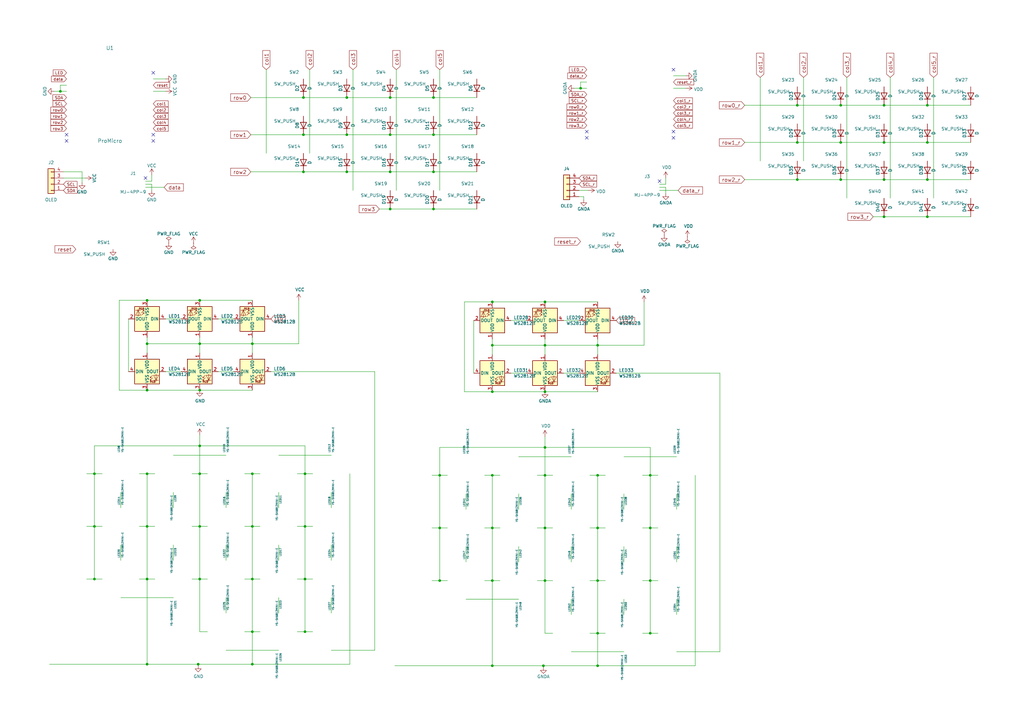
<source format=kicad_sch>
(kicad_sch (version 20230121) (generator eeschema)
  (paper "A3")
  (title_block (title "Corne Cherry") (date "2020-07-20") (rev "3.0") (company "foostan"))
  (junction (at 245.11 259.715))
  (junction (at 245.11 238.125))
  (junction (at 223.52 141.605))
  (junction (at 177.8 70.485))
  (junction (at 60.325 215.9))
  (junction (at 125.095 237.49))
  (junction (at 201.93 273.05))
  (junction (at 125.095 259.08))
  (junction (at 362.585 58.42))
  (junction (at 81.915 160.02))
  (junction (at 160.02 55.245))
  (junction (at 60.325 140.97))
  (junction (at 60.325 194.31))
  (junction (at 238.125 36.195))
  (junction (at 362.585 43.18))
  (junction (at 223.52 216.535))
  (junction (at 142.24 40.005))
  (junction (at 81.915 123.19))
  (junction (at 223.52 160.655))
  (junction (at 38.735 237.49))
  (junction (at 103.505 272.415))
  (junction (at 103.505 237.49))
  (junction (at 60.325 237.49))
  (junction (at 380.365 43.18))
  (junction (at 201.93 194.945))
  (junction (at 60.325 160.02))
  (junction (at 177.8 85.725))
  (junction (at 125.095 194.31))
  (junction (at 180.34 216.535))
  (junction (at 160.02 85.725))
  (junction (at 60.325 272.415))
  (junction (at 60.325 123.19))
  (junction (at 24.765 37.465))
  (junction (at 201.93 216.535))
  (junction (at 38.735 215.9))
  (junction (at 125.095 215.9))
  (junction (at 124.46 55.245))
  (junction (at 81.28 272.415))
  (junction (at 142.24 55.245))
  (junction (at 180.34 238.125))
  (junction (at 38.735 194.31))
  (junction (at 124.46 40.005))
  (junction (at 201.93 238.125))
  (junction (at 380.365 58.42))
  (junction (at 222.885 273.05))
  (junction (at 81.915 194.31))
  (junction (at 245.11 273.05))
  (junction (at 266.7 259.715))
  (junction (at 327.025 73.66))
  (junction (at 344.805 43.18))
  (junction (at 201.93 141.605))
  (junction (at 362.585 88.9))
  (junction (at 223.52 183.515))
  (junction (at 142.24 70.485))
  (junction (at 81.915 215.9))
  (junction (at 380.365 73.66))
  (junction (at 103.505 259.08))
  (junction (at 177.8 40.005))
  (junction (at 180.34 194.945))
  (junction (at 177.8 55.245))
  (junction (at 160.02 70.485))
  (junction (at 81.915 182.88))
  (junction (at 103.505 194.31))
  (junction (at 362.585 73.66))
  (junction (at 266.7 216.535))
  (junction (at 103.505 215.9))
  (junction (at 245.11 141.605))
  (junction (at 245.11 216.535))
  (junction (at 266.7 194.945))
  (junction (at 380.365 88.9))
  (junction (at 327.025 43.18))
  (junction (at 103.505 140.97))
  (junction (at 201.93 123.825))
  (junction (at 344.805 73.66))
  (junction (at 344.805 58.42))
  (junction (at 327.025 58.42))
  (junction (at 245.11 194.945))
  (junction (at 223.52 123.825))
  (junction (at 266.7 238.125))
  (junction (at 223.52 194.945))
  (junction (at 223.52 238.125))
  (junction (at 201.93 160.655))
  (junction (at 124.46 70.485))
  (junction (at 160.02 40.005))
  (junction (at 81.915 237.49))
  (junction (at 81.915 140.97))
  (no_connect (at 27.305 55.245))
  (no_connect (at 270.51 74.295))
  (no_connect (at 59.69 73.025))
  (no_connect (at 276.225 53.975))
  (no_connect (at 62.865 57.785))
  (no_connect (at 276.225 28.575))
  (no_connect (at 276.225 56.515))
  (no_connect (at 62.865 55.245))
  (no_connect (at 62.865 29.845))
  (no_connect (at 27.305 57.785))
  (no_connect (at 240.665 56.515))
  (no_connect (at 240.665 53.975))
  (wire (pts (xy 102.87 70.485) (xy 124.46 70.485)))
  (wire (pts (xy 35.56 194.31) (xy 38.735 194.31)))
  (wire (pts (xy 266.7 259.715) (xy 263.525 259.715)))
  (wire (pts (xy 100.33 194.31) (xy 103.505 194.31)))
  (wire (pts (xy 26.035 73.025) (xy 34.925 73.025)))
  (wire (pts (xy 191.135 230.505) (xy 191.135 224.155)))
  (wire (pts (xy 160.02 40.005) (xy 177.8 40.005)))
  (wire (pts (xy 48.895 123.19) (xy 48.895 160.02)))
  (wire (pts (xy 38.735 237.49) (xy 38.735 215.9)))
  (wire (pts (xy 255.905 224.155) (xy 255.905 230.505)))
  (wire (pts (xy 102.87 40.005) (xy 124.46 40.005)))
  (wire (pts (xy 38.735 194.31) (xy 38.735 182.88)))
  (wire (pts (xy 241.935 194.945) (xy 245.11 194.945)))
  (wire (pts (xy 311.785 31.75) (xy 311.785 66.04)))
  (wire (pts (xy 49.53 208.28) (xy 49.53 201.93)))
  (wire (pts (xy 81.915 123.19) (xy 60.325 123.19)))
  (wire (pts (xy 135.89 201.93) (xy 135.89 208.28)))
  (wire (pts (xy 153.67 152.4) (xy 153.67 266.7)))
  (wire (pts (xy 223.52 141.605) (xy 223.52 145.415)))
  (wire (pts (xy 380.365 43.18) (xy 398.145 43.18)))
  (wire (pts (xy 63.5 194.31) (xy 60.325 194.31)))
  (wire (pts (xy 223.52 179.07) (xy 223.52 183.515)))
  (wire (pts (xy 125.095 237.49) (xy 128.27 237.49)))
  (wire (pts (xy 81.915 138.43) (xy 81.915 140.97)))
  (wire (pts (xy 223.52 160.655) (xy 245.11 160.655)))
  (wire (pts (xy 125.095 215.9) (xy 128.27 215.9)))
  (wire (pts (xy 103.505 140.97) (xy 103.505 144.78)))
  (wire (pts (xy 263.525 238.125) (xy 266.7 238.125)))
  (wire (pts (xy 222.885 273.05) (xy 245.11 273.05)))
  (wire (pts (xy 347.345 31.75) (xy 347.345 81.28)))
  (wire (pts (xy 266.7 194.945) (xy 263.525 194.945)))
  (wire (pts (xy 305.435 73.66) (xy 327.025 73.66)))
  (wire (pts (xy 60.325 215.9) (xy 60.325 237.49)))
  (wire (pts (xy 114.3 201.93) (xy 114.3 208.28)))
  (wire (pts (xy 125.095 194.31) (xy 121.92 194.31)))
  (wire (pts (xy 222.885 273.05) (xy 222.885 273.685)))
  (wire (pts (xy 201.93 238.125) (xy 201.93 273.05)))
  (wire (pts (xy 109.22 28.575) (xy 109.22 62.865)))
  (wire (pts (xy 103.505 237.49) (xy 103.505 259.08)))
  (wire (pts (xy 245.11 194.945) (xy 245.11 216.535)))
  (wire (pts (xy 81.915 215.9) (xy 81.915 194.31)))
  (wire (pts (xy 57.15 237.49) (xy 60.325 237.49)))
  (wire (pts (xy 362.585 88.9) (xy 380.365 88.9)))
  (wire (pts (xy 245.11 216.535) (xy 248.285 216.535)))
  (wire (pts (xy 380.365 73.66) (xy 398.145 73.66)))
  (wire (pts (xy 223.52 238.125) (xy 223.52 216.535)))
  (wire (pts (xy 209.55 153.035) (xy 215.9 153.035)))
  (wire (pts (xy 239.395 80.645) (xy 239.395 81.915)))
  (wire (pts (xy 180.34 216.535) (xy 180.34 194.945)))
  (wire (pts (xy 212.725 245.745) (xy 191.135 245.745)))
  (wire (pts (xy 95.885 130.81) (xy 89.535 130.81)))
  (wire (pts (xy 81.915 182.88) (xy 38.735 182.88)))
  (wire (pts (xy 81.915 160.02) (xy 103.505 160.02)))
  (wire (pts (xy 223.52 139.065) (xy 223.52 141.605)))
  (wire (pts (xy 180.34 194.945) (xy 183.515 194.945)))
  (wire (pts (xy 103.505 138.43) (xy 103.505 140.97)))
  (wire (pts (xy 237.49 80.645) (xy 239.395 80.645)))
  (wire (pts (xy 89.535 152.4) (xy 95.885 152.4)))
  (wire (pts (xy 276.225 36.195) (xy 281.305 36.195)))
  (wire (pts (xy 81.915 237.49) (xy 81.915 215.9)))
  (wire (pts (xy 248.285 259.715) (xy 245.11 259.715)))
  (wire (pts (xy 365.125 31.75) (xy 365.125 81.28)))
  (wire (pts (xy 57.15 215.9) (xy 60.325 215.9)))
  (wire (pts (xy 60.325 140.97) (xy 81.915 140.97)))
  (wire (pts (xy 245.11 238.125) (xy 245.11 259.715)))
  (wire (pts (xy 71.12 223.52) (xy 71.12 229.87)))
  (wire (pts (xy 142.24 55.245) (xy 160.02 55.245)))
  (wire (pts (xy 62.865 37.465) (xy 67.945 37.465)))
  (wire (pts (xy 223.52 194.945) (xy 223.52 183.515)))
  (wire (pts (xy 273.05 76.835) (xy 273.05 79.375)))
  (wire (pts (xy 81.28 272.415) (xy 81.28 273.05)))
  (wire (pts (xy 266.7 183.515) (xy 266.7 194.945)))
  (wire (pts (xy 263.525 216.535) (xy 266.7 216.535)))
  (wire (pts (xy 329.565 31.75) (xy 329.565 66.04)))
  (wire (pts (xy 344.805 73.66) (xy 362.585 73.66)))
  (wire (pts (xy 223.52 123.825) (xy 201.93 123.825)))
  (wire (pts (xy 52.705 130.81) (xy 52.705 152.4)))
  (wire (pts (xy 60.325 140.97) (xy 60.325 144.78)))
  (wire (pts (xy 81.915 140.97) (xy 81.915 144.78)))
  (wire (pts (xy 100.33 215.9) (xy 103.505 215.9)))
  (wire (pts (xy 234.315 252.095) (xy 234.315 245.745)))
  (wire (pts (xy 177.8 55.245) (xy 195.58 55.245)))
  (wire (pts (xy 327.025 73.66) (xy 344.805 73.66)))
  (wire (pts (xy 201.93 141.605) (xy 223.52 141.605)))
  (wire (pts (xy 266.7 183.515) (xy 223.52 183.515)))
  (wire (pts (xy 60.325 272.415) (xy 20.32 272.415)))
  (wire (pts (xy 255.905 245.745) (xy 255.905 252.095)))
  (wire (pts (xy 380.365 88.9) (xy 398.145 88.9)))
  (wire (pts (xy 277.495 224.155) (xy 277.495 230.505)))
  (wire (pts (xy 71.12 245.11) (xy 49.53 245.11)))
  (wire (pts (xy 92.71 251.46) (xy 92.71 245.11)))
  (wire (pts (xy 223.52 238.125) (xy 226.695 238.125)))
  (wire (pts (xy 180.34 194.945) (xy 180.34 183.515)))
  (wire (pts (xy 223.52 238.125) (xy 223.52 259.715)))
  (wire (pts (xy 245.11 141.605) (xy 264.16 141.605)))
  (wire (pts (xy 180.34 28.575) (xy 180.34 78.105)))
  (wire (pts (xy 135.89 245.11) (xy 135.89 251.46)))
  (wire (pts (xy 144.78 28.575) (xy 144.78 78.105)))
  (wire (pts (xy 160.02 85.725) (xy 177.8 85.725)))
  (wire (pts (xy 114.3 266.7) (xy 92.71 266.7)))
  (wire (pts (xy 362.585 43.18) (xy 380.365 43.18)))
  (wire (pts (xy 220.345 238.125) (xy 223.52 238.125)))
  (wire (pts (xy 362.585 73.66) (xy 380.365 73.66)))
  (wire (pts (xy 201.93 216.535) (xy 201.93 238.125)))
  (wire (pts (xy 177.8 70.485) (xy 195.58 70.485)))
  (wire (pts (xy 215.9 131.445) (xy 209.55 131.445)))
  (wire (pts (xy 142.24 70.485) (xy 160.02 70.485)))
  (wire (pts (xy 266.7 259.715) (xy 266.7 238.125)))
  (wire (pts (xy 153.67 266.7) (xy 135.89 266.7)))
  (wire (pts (xy 124.46 70.485) (xy 142.24 70.485)))
  (wire (pts (xy 194.31 131.445) (xy 194.31 153.035)))
  (wire (pts (xy 270.51 75.565) (xy 273.05 75.565)))
  (wire (pts (xy 35.56 237.49) (xy 38.735 237.49)))
  (wire (pts (xy 183.515 238.125) (xy 180.34 238.125)))
  (wire (pts (xy 241.935 238.125) (xy 245.11 238.125)))
  (wire (pts (xy 125.095 237.49) (xy 125.095 215.9)))
  (wire (pts (xy 362.585 58.42) (xy 380.365 58.42)))
  (wire (pts (xy 238.125 33.655) (xy 238.125 36.195)))
  (wire (pts (xy 240.665 33.655) (xy 238.125 33.655)))
  (wire (pts (xy 245.11 123.825) (xy 223.52 123.825)))
  (wire (pts (xy 121.92 215.9) (xy 125.095 215.9)))
  (wire (pts (xy 285.115 273.05) (xy 245.11 273.05)))
  (wire (pts (xy 277.495 202.565) (xy 277.495 208.915)))
  (wire (pts (xy 277.495 187.325) (xy 255.905 187.325)))
  (wire (pts (xy 27.305 34.925) (xy 24.765 34.925)))
  (wire (pts (xy 124.46 55.245) (xy 142.24 55.245)))
  (wire (pts (xy 270.51 76.835) (xy 273.05 76.835)))
  (wire (pts (xy 106.68 259.08) (xy 103.505 259.08)))
  (wire (pts (xy 125.095 182.88) (xy 81.915 182.88)))
  (wire (pts (xy 22.225 37.465) (xy 24.765 37.465)))
  (wire (pts (xy 81.915 237.49) (xy 85.09 237.49)))
  (wire (pts (xy 81.915 259.08) (xy 85.09 259.08)))
  (wire (pts (xy 71.12 208.28) (xy 71.12 201.93)))
  (wire (pts (xy 103.505 237.49) (xy 106.68 237.49)))
  (wire (pts (xy 142.24 40.005) (xy 160.02 40.005)))
  (wire (pts (xy 60.325 160.02) (xy 81.915 160.02)))
  (wire (pts (xy 212.725 224.155) (xy 212.725 230.505)))
  (wire (pts (xy 305.435 58.42) (xy 327.025 58.42)))
  (wire (pts (xy 103.505 259.08) (xy 100.33 259.08)))
  (wire (pts (xy 78.74 215.9) (xy 81.915 215.9)))
  (wire (pts (xy 234.315 187.325) (xy 212.725 187.325)))
  (wire (pts (xy 198.755 216.535) (xy 201.93 216.535)))
  (wire (pts (xy 212.725 208.915) (xy 212.725 202.565)))
  (wire (pts (xy 237.49 78.105) (xy 241.3 78.105)))
  (wire (pts (xy 78.74 237.49) (xy 81.915 237.49)))
  (wire (pts (xy 59.69 74.295) (xy 62.23 74.295)))
  (wire (pts (xy 24.765 34.925) (xy 24.765 37.465)))
  (wire (pts (xy 190.5 160.655) (xy 201.93 160.655)))
  (wire (pts (xy 81.915 215.9) (xy 85.09 215.9)))
  (wire (pts (xy 103.505 194.31) (xy 103.505 215.9)))
  (wire (pts (xy 266.7 238.125) (xy 266.7 216.535)))
  (wire (pts (xy 125.095 259.08) (xy 125.095 237.49)))
  (wire (pts (xy 59.69 75.565) (xy 62.23 75.565)))
  (wire (pts (xy 122.555 140.97) (xy 122.555 123.19)))
  (wire (pts (xy 201.93 216.535) (xy 205.105 216.535)))
  (wire (pts (xy 180.34 238.125) (xy 180.34 216.535)))
  (wire (pts (xy 248.285 194.945) (xy 245.11 194.945)))
  (wire (pts (xy 190.5 123.825) (xy 190.5 160.655)))
  (wire (pts (xy 177.165 216.535) (xy 180.34 216.535)))
  (wire (pts (xy 60.325 237.49) (xy 60.325 272.415)))
  (wire (pts (xy 121.92 237.49) (xy 125.095 237.49)))
  (wire (pts (xy 81.915 140.97) (xy 103.505 140.97)))
  (wire (pts (xy 125.095 259.08) (xy 121.92 259.08)))
  (wire (pts (xy 223.52 183.515) (xy 180.34 183.515)))
  (wire (pts (xy 67.945 152.4) (xy 74.295 152.4)))
  (wire (pts (xy 252.73 153.035) (xy 295.275 153.035)))
  (wire (pts (xy 62.23 74.295) (xy 62.23 71.755)))
  (wire (pts (xy 74.295 130.81) (xy 67.945 130.81)))
  (wire (pts (xy 81.915 237.49) (xy 81.915 259.08)))
  (wire (pts (xy 160.02 55.245) (xy 177.8 55.245)))
  (wire (pts (xy 220.345 194.945) (xy 223.52 194.945)))
  (wire (pts (xy 327.025 43.18) (xy 344.805 43.18)))
  (wire (pts (xy 103.505 215.9) (xy 103.505 237.49)))
  (wire (pts (xy 160.02 70.485) (xy 177.8 70.485)))
  (wire (pts (xy 245.11 141.605) (xy 245.11 145.415)))
  (wire (pts (xy 103.505 259.08) (xy 103.505 272.415)))
  (wire (pts (xy 177.165 194.945) (xy 180.34 194.945)))
  (wire (pts (xy 295.275 267.335) (xy 277.495 267.335)))
  (wire (pts (xy 205.105 194.945) (xy 201.93 194.945)))
  (wire (pts (xy 60.325 123.19) (xy 48.895 123.19)))
  (wire (pts (xy 92.71 208.28) (xy 92.71 201.93)))
  (wire (pts (xy 180.34 216.535) (xy 183.515 216.535)))
  (wire (pts (xy 62.23 75.565) (xy 62.23 78.105)))
  (wire (pts (xy 344.805 43.18) (xy 362.585 43.18)))
  (wire (pts (xy 285.115 194.945) (xy 285.115 273.05)))
  (wire (pts (xy 143.51 194.31) (xy 143.51 272.415)))
  (wire (pts (xy 59.69 76.835) (xy 67.31 76.835)))
  (wire (pts (xy 81.915 194.31) (xy 85.09 194.31)))
  (wire (pts (xy 201.93 194.945) (xy 201.93 216.535)))
  (wire (pts (xy 198.755 238.125) (xy 201.93 238.125)))
  (wire (pts (xy 245.11 139.065) (xy 245.11 141.605)))
  (wire (pts (xy 201.93 273.05) (xy 161.925 273.05)))
  (wire (pts (xy 201.93 160.655) (xy 223.52 160.655)))
  (wire (pts (xy 57.15 194.31) (xy 60.325 194.31)))
  (wire (pts (xy 135.89 223.52) (xy 135.89 229.87)))
  (wire (pts (xy 33.655 74.93) (xy 33.655 70.485)))
  (wire (pts (xy 264.16 141.605) (xy 264.16 123.825)))
  (wire (pts (xy 380.365 58.42) (xy 398.145 58.42)))
  (wire (pts (xy 266.7 194.945) (xy 266.7 216.535)))
  (wire (pts (xy 135.89 186.69) (xy 114.3 186.69)))
  (wire (pts (xy 223.52 141.605) (xy 245.11 141.605)))
  (wire (pts (xy 60.325 272.415) (xy 81.28 272.415)))
  (wire (pts (xy 344.805 58.42) (xy 362.585 58.42)))
  (wire (pts (xy 177.8 85.725) (xy 195.58 85.725)))
  (wire (pts (xy 223.52 216.535) (xy 223.52 194.945)))
  (wire (pts (xy 245.11 216.535) (xy 245.11 238.125)))
  (wire (pts (xy 358.14 88.9) (xy 362.585 88.9)))
  (wire (pts (xy 255.905 202.565) (xy 255.905 208.915)))
  (wire (pts (xy 103.505 215.9) (xy 106.68 215.9)))
  (wire (pts (xy 103.505 140.97) (xy 122.555 140.97)))
  (wire (pts (xy 81.915 194.31) (xy 81.915 182.88)))
  (wire (pts (xy 305.435 43.18) (xy 327.025 43.18)))
  (wire (pts (xy 269.875 194.945) (xy 266.7 194.945)))
  (wire (pts (xy 24.765 37.465) (xy 27.305 37.465)))
  (wire (pts (xy 155.575 85.725) (xy 160.02 85.725)))
  (wire (pts (xy 201.93 141.605) (xy 201.93 145.415)))
  (wire (pts (xy 201.93 238.125) (xy 205.105 238.125)))
  (wire (pts (xy 234.315 230.505) (xy 234.315 224.155)))
  (wire (pts (xy 81.28 272.415) (xy 103.505 272.415)))
  (wire (pts (xy 191.135 208.915) (xy 191.135 202.565)))
  (wire (pts (xy 235.585 36.195) (xy 238.125 36.195)))
  (wire (pts (xy 38.735 194.31) (xy 41.91 194.31)))
  (wire (pts (xy 201.93 273.05) (xy 222.885 273.05)))
  (wire (pts (xy 60.325 138.43) (xy 60.325 140.97)))
  (wire (pts (xy 327.025 58.42) (xy 344.805 58.42)))
  (wire (pts (xy 234.315 208.915) (xy 234.315 202.565)))
  (wire (pts (xy 220.345 216.535) (xy 223.52 216.535)))
  (wire (pts (xy 114.3 223.52) (xy 114.3 229.87)))
  (wire (pts (xy 231.14 153.035) (xy 237.49 153.035)))
  (wire (pts (xy 238.125 36.195) (xy 240.665 36.195)))
  (wire (pts (xy 92.71 186.69) (xy 71.12 186.69)))
  (wire (pts (xy 266.7 216.535) (xy 269.875 216.535)))
  (wire (pts (xy 60.325 237.49) (xy 63.5 237.49)))
  (wire (pts (xy 127 28.575) (xy 127 62.865)))
  (wire (pts (xy 276.225 31.115) (xy 281.305 31.115)))
  (wire (pts (xy 81.915 178.435) (xy 81.915 182.88)))
  (wire (pts (xy 38.735 215.9) (xy 38.735 194.31)))
  (wire (pts (xy 60.325 215.9) (xy 63.5 215.9)))
  (wire (pts (xy 245.11 238.125) (xy 248.285 238.125)))
  (wire (pts (xy 102.87 55.245) (xy 124.46 55.245)))
  (wire (pts (xy 266.7 238.125) (xy 269.875 238.125)))
  (wire (pts (xy 114.3 245.11) (xy 114.3 251.46)))
  (wire (pts (xy 33.655 70.485) (xy 26.035 70.485)))
  (wire (pts (xy 245.11 259.715) (xy 241.935 259.715)))
  (wire (pts (xy 111.125 152.4) (xy 153.67 152.4)))
  (wire (pts (xy 49.53 229.87) (xy 49.53 223.52)))
  (wire (pts (xy 223.52 259.715) (xy 226.695 259.715)))
  (wire (pts (xy 201.93 123.825) (xy 190.5 123.825)))
  (wire (pts (xy 60.325 194.31) (xy 60.325 215.9)))
  (wire (pts (xy 124.46 40.005) (xy 142.24 40.005)))
  (wire (pts (xy 92.71 229.87) (xy 92.71 223.52)))
  (wire (pts (xy 269.875 259.715) (xy 266.7 259.715)))
  (wire (pts (xy 78.74 194.31) (xy 81.915 194.31)))
  (wire (pts (xy 128.27 194.31) (xy 125.095 194.31)))
  (wire (pts (xy 255.905 267.335) (xy 234.315 267.335)))
  (wire (pts (xy 48.895 160.02) (xy 60.325 160.02)))
  (wire (pts (xy 201.93 139.065) (xy 201.93 141.605)))
  (wire (pts (xy 100.33 237.49) (xy 103.505 237.49)))
  (wire (pts (xy 106.68 194.31) (xy 103.505 194.31)))
  (wire (pts (xy 177.8 40.005) (xy 195.58 40.005)))
  (wire (pts (xy 41.91 237.49) (xy 38.735 237.49)))
  (wire (pts (xy 382.905 31.75) (xy 382.905 81.28)))
  (wire (pts (xy 38.735 215.9) (xy 41.91 215.9)))
  (wire (pts (xy 223.52 216.535) (xy 226.695 216.535)))
  (wire (pts (xy 273.05 75.565) (xy 273.05 73.025)))
  (wire (pts (xy 103.505 123.19) (xy 81.915 123.19)))
  (wire (pts (xy 245.11 259.715) (xy 245.11 273.05)))
  (wire (pts (xy 125.095 194.31) (xy 125.095 215.9)))
  (wire (pts (xy 198.755 194.945) (xy 201.93 194.945)))
  (wire (pts (xy 270.51 78.105) (xy 278.13 78.105)))
  (wire (pts (xy 143.51 272.415) (xy 103.505 272.415)))
  (wire (pts (xy 277.495 245.745) (xy 277.495 252.095)))
  (wire (pts (xy 177.165 238.125) (xy 180.34 238.125)))
  (wire (pts (xy 62.865 32.385) (xy 67.945 32.385)))
  (wire (pts (xy 237.49 131.445) (xy 231.14 131.445)))
  (wire (pts (xy 162.56 28.575) (xy 162.56 78.105)))
  (wire (pts (xy 223.52 194.945) (xy 226.695 194.945)))
  (wire (pts (xy 35.56 215.9) (xy 38.735 215.9)))
  (wire (pts (xy 295.275 153.035) (xy 295.275 267.335)))
  (wire (pts (xy 241.935 216.535) (xy 245.11 216.535)))
  (wire (pts (xy 125.095 182.88) (xy 125.095 194.31)))
  (wire (pts (xy 128.27 259.08) (xy 125.095 259.08)))
  (global_label "SDA_r" (shape input) (at 237.49 73.025 0) (effects (font (size 1.1938 1.1938))) (property "Intersheetrefs" "${INTERSHEET_REFS}" (effects hide)))
  (global_label "col2_r" (shape input) (at 276.225 43.815 0) (effects (font (size 1.1938 1.1938))) (property "Intersheetrefs" "${INTERSHEET_REFS}" (effects hide)))
  (global_label "col3_r" (shape input) (at 276.225 46.355 0) (effects (font (size 1.1938 1.1938))) (property "Intersheetrefs" "${INTERSHEET_REFS}" (effects hide)))
  (global_label "data_r" (shape input) (at 278.13 78.105 0) (effects (font (size 1.524 1.524))) (property "Intersheetrefs" "${INTERSHEET_REFS}" (effects hide)))
  (global_label "col1" (shape input) (at 62.865 42.545 0) (effects (font (size 1.1938 1.1938))) (property "Intersheetrefs" "${INTERSHEET_REFS}" (effects hide)))
  (global_label "row3" (shape input) (at 155.575 85.725 180) (effects (font (size 1.524 1.524))) (property "Intersheetrefs" "${INTERSHEET_REFS}" (effects hide)))
  (global_label "data" (shape input) (at 67.31 76.835 0) (effects (font (size 1.524 1.524))) (property "Intersheetrefs" "${INTERSHEET_REFS}" (effects hide)))
  (global_label "col1_r" (shape input) (at 276.225 41.275 0) (effects (font (size 1.1938 1.1938))) (property "Intersheetrefs" "${INTERSHEET_REFS}" (effects hide)))
  (global_label "col2_r" (shape input) (at 329.565 31.75 90) (effects (font (size 1.524 1.524))) (property "Intersheetrefs" "${INTERSHEET_REFS}" (effects hide)))
  (global_label "SDA" (shape input) (at 27.305 40.005 180) (effects (font (size 1.1938 1.1938))) (property "Intersheetrefs" "${INTERSHEET_REFS}" (effects hide)))
  (global_label "reset_r" (shape input) (at 276.225 33.655 0) (effects (font (size 1.1938 1.1938))) (property "Intersheetrefs" "${INTERSHEET_REFS}" (effects hide)))
  (global_label "LED_r" (shape input) (at 240.665 28.575 180) (effects (font (size 1.1938 1.1938))) (property "Intersheetrefs" "${INTERSHEET_REFS}" (effects hide)))
  (global_label "row3_r" (shape input) (at 358.14 88.9 180) (effects (font (size 1.524 1.524))) (property "Intersheetrefs" "${INTERSHEET_REFS}" (effects hide)))
  (global_label "col1" (shape input) (at 109.22 28.575 90) (effects (font (size 1.524 1.524))) (property "Intersheetrefs" "${INTERSHEET_REFS}" (effects hide)))
  (global_label "row1_r" (shape input) (at 240.665 46.355 180) (effects (font (size 1.1938 1.1938))) (property "Intersheetrefs" "${INTERSHEET_REFS}" (effects hide)))
  (global_label "col2" (shape input) (at 127 28.575 90) (effects (font (size 1.524 1.524))) (property "Intersheetrefs" "${INTERSHEET_REFS}" (effects hide)))
  (global_label "SDA" (shape input) (at 26.035 78.105 0) (effects (font (size 1.1938 1.1938))) (property "Intersheetrefs" "${INTERSHEET_REFS}" (effects hide)))
  (global_label "SDA_r" (shape input) (at 240.665 38.735 180) (effects (font (size 1.1938 1.1938))) (property "Intersheetrefs" "${INTERSHEET_REFS}" (effects hide)))
  (global_label "row1" (shape input) (at 27.305 47.625 180) (effects (font (size 1.1938 1.1938))) (property "Intersheetrefs" "${INTERSHEET_REFS}" (effects hide)))
  (global_label "row2" (shape input) (at 27.305 50.165 180) (effects (font (size 1.1938 1.1938))) (property "Intersheetrefs" "${INTERSHEET_REFS}" (effects hide)))
  (global_label "row2_r" (shape input) (at 305.435 73.66 180) (effects (font (size 1.524 1.524))) (property "Intersheetrefs" "${INTERSHEET_REFS}" (effects hide)))
  (global_label "row0" (shape input) (at 27.305 45.085 180) (effects (font (size 1.1938 1.1938))) (property "Intersheetrefs" "${INTERSHEET_REFS}" (effects hide)))
  (global_label "col2" (shape input) (at 62.865 45.085 0) (effects (font (size 1.1938 1.1938))) (property "Intersheetrefs" "${INTERSHEET_REFS}" (effects hide)))
  (global_label "row0_r" (shape input) (at 305.435 43.18 180) (effects (font (size 1.524 1.524))) (property "Intersheetrefs" "${INTERSHEET_REFS}" (effects hide)))
  (global_label "row1_r" (shape input) (at 305.435 58.42 180) (effects (font (size 1.524 1.524))) (property "Intersheetrefs" "${INTERSHEET_REFS}" (effects hide)))
  (global_label "row0_r" (shape input) (at 240.665 43.815 180) (effects (font (size 1.1938 1.1938))) (property "Intersheetrefs" "${INTERSHEET_REFS}" (effects hide)))
  (global_label "row3" (shape input) (at 27.305 52.705 180) (effects (font (size 1.1938 1.1938))) (property "Intersheetrefs" "${INTERSHEET_REFS}" (effects hide)))
  (global_label "col3" (shape input) (at 62.865 47.625 0) (effects (font (size 1.1938 1.1938))) (property "Intersheetrefs" "${INTERSHEET_REFS}" (effects hide)))
  (global_label "row1" (shape input) (at 102.87 55.245 180) (effects (font (size 1.524 1.524))) (property "Intersheetrefs" "${INTERSHEET_REFS}" (effects hide)))
  (global_label "SCL" (shape input) (at 27.305 42.545 180) (effects (font (size 1.1938 1.1938))) (property "Intersheetrefs" "${INTERSHEET_REFS}" (effects hide)))
  (global_label "col4" (shape input) (at 162.56 28.575 90) (effects (font (size 1.524 1.524))) (property "Intersheetrefs" "${INTERSHEET_REFS}" (effects hide)))
  (global_label "SCL_r" (shape input) (at 240.665 41.275 180) (effects (font (size 1.1938 1.1938))) (property "Intersheetrefs" "${INTERSHEET_REFS}" (effects hide)))
  (global_label "LED" (shape input) (at 111.125 130.81 0) (property "Intersheetrefs" "${INTERSHEET_REFS}" (effects hide)))
  (global_label "LED" (shape input) (at 27.305 29.845 180) (effects (font (size 1.1938 1.1938))) (property "Intersheetrefs" "${INTERSHEET_REFS}" (effects hide)))
  (global_label "col4" (shape input) (at 62.865 50.165 0) (effects (font (size 1.1938 1.1938))) (property "Intersheetrefs" "${INTERSHEET_REFS}" (effects hide)))
  (global_label "reset" (shape input) (at 62.865 34.925 0) (effects (font (size 1.1938 1.1938))) (property "Intersheetrefs" "${INTERSHEET_REFS}" (effects hide)))
  (global_label "col5_r" (shape input) (at 382.905 31.75 90) (effects (font (size 1.524 1.524))) (property "Intersheetrefs" "${INTERSHEET_REFS}" (effects hide)))
  (global_label "col3" (shape input) (at 144.78 28.575 90) (effects (font (size 1.524 1.524))) (property "Intersheetrefs" "${INTERSHEET_REFS}" (effects hide)))
  (global_label "col4_r" (shape input) (at 276.225 48.895 0) (effects (font (size 1.1938 1.1938))) (property "Intersheetrefs" "${INTERSHEET_REFS}" (effects hide)))
  (global_label "reset" (shape input) (at 31.115 102.235 180) (effects (font (size 1.524 1.524))) (property "Intersheetrefs" "${INTERSHEET_REFS}" (effects hide)))
  (global_label "row3_r" (shape input) (at 240.665 51.435 180) (effects (font (size 1.1938 1.1938))) (property "Intersheetrefs" "${INTERSHEET_REFS}" (effects hide)))
  (global_label "col5" (shape input) (at 62.865 52.705 0) (effects (font (size 1.1938 1.1938))) (property "Intersheetrefs" "${INTERSHEET_REFS}" (effects hide)))
  (global_label "reset_r" (shape input) (at 238.125 99.06 180) (effects (font (size 1.524 1.524))) (property "Intersheetrefs" "${INTERSHEET_REFS}" (effects hide)))
  (global_label "row2_r" (shape input) (at 240.665 48.895 180) (effects (font (size 1.1938 1.1938))) (property "Intersheetrefs" "${INTERSHEET_REFS}" (effects hide)))
  (global_label "row2" (shape input) (at 102.87 70.485 180) (effects (font (size 1.524 1.524))) (property "Intersheetrefs" "${INTERSHEET_REFS}" (effects hide)))
  (global_label "col1_r" (shape input) (at 311.785 31.75 90) (effects (font (size 1.524 1.524))) (property "Intersheetrefs" "${INTERSHEET_REFS}" (effects hide)))
  (global_label "col5" (shape input) (at 180.34 28.575 90) (effects (font (size 1.524 1.524))) (property "Intersheetrefs" "${INTERSHEET_REFS}" (effects hide)))
  (global_label "LED_r" (shape input) (at 252.73 131.445 0) (property "Intersheetrefs" "${INTERSHEET_REFS}" (effects hide)))
  (global_label "row0" (shape input) (at 102.87 40.005 180) (effects (font (size 1.524 1.524))) (property "Intersheetrefs" "${INTERSHEET_REFS}" (effects hide)))
  (global_label "data_r" (shape input) (at 240.665 31.115 180) (effects (font (size 1.1938 1.1938))) (property "Intersheetrefs" "${INTERSHEET_REFS}" (effects hide)))
  (global_label "col4_r" (shape input) (at 365.125 31.75 90) (effects (font (size 1.524 1.524))) (property "Intersheetrefs" "${INTERSHEET_REFS}" (effects hide)))
  (global_label "SCL_r" (shape input) (at 237.49 75.565 0) (effects (font (size 1.1938 1.1938))) (property "Intersheetrefs" "${INTERSHEET_REFS}" (effects hide)))
  (global_label "data" (shape input) (at 27.305 32.385 180) (effects (font (size 1.1938 1.1938))) (property "Intersheetrefs" "${INTERSHEET_REFS}" (effects hide)))
  (global_label "col3_r" (shape input) (at 347.345 31.75 90) (effects (font (size 1.524 1.524))) (property "Intersheetrefs" "${INTERSHEET_REFS}" (effects hide)))
  (global_label "SCL" (shape input) (at 26.035 75.565 0) (effects (font (size 1.1938 1.1938))) (property "Intersheetrefs" "${INTERSHEET_REFS}" (effects hide)))
  (global_label "col5_r" (shape input) (at 276.225 51.435 0) (effects (font (size 1.1938 1.1938))) (property "Intersheetrefs" "${INTERSHEET_REFS}" (effects hide)))
  (symbol (lib_id "kbd:ProMicro") (at 45.085 43.815 0) (unit 1)
    (property "Reference" "U1" (at 45.085 19.685 0) (effects (font (size 1.524 1.524))))
    (property "Value" "ProMicro" (at 45.085 57.785 0) (effects (font (size 1.524 1.524))))
    (property "Footprint" "kbd:ProMicro_v2_1side" (effects hide))
  )
  (symbol (lib_id "kbd:SW_PUSH") (at 116.84 32.385 0) (unit 1)
    (property "Reference" "SW2" (at 120.65 29.591 0))
    (property "Value" "SW_PUSH" (at 116.84 34.417 0))
    (property "Footprint" "kbd:CherryMX_Hotswap" (effects hide))
  )
  (symbol (lib_id "Device:D") (at 124.46 36.195 90) (unit 1)
    (property "Reference" "D2" (at 121.92 36.195 0))
    (property "Value" "D" (at 127 36.195 0))
    (property "Footprint" "kbd:D3_SMD_v2" (effects hide))
  )
  (symbol (lib_id "kbd:SW_PUSH") (at 134.62 32.385 0) (unit 1)
    (property "Reference" "SW3" (at 138.43 29.591 0))
    (property "Value" "SW_PUSH" (at 134.62 34.417 0))
    (property "Footprint" "kbd:CherryMX_Hotswap" (effects hide))
  )
  (symbol (lib_id "Device:D") (at 142.24 36.195 90) (unit 1)
    (property "Reference" "D3" (at 139.7 36.195 0))
    (property "Value" "D" (at 144.78 36.195 0))
    (property "Footprint" "kbd:D3_SMD_v2" (effects hide))
  )
  (symbol (lib_id "kbd:SW_PUSH") (at 152.4 32.385 0) (unit 1)
    (property "Reference" "SW4" (at 156.21 29.591 0))
    (property "Value" "SW_PUSH" (at 152.4 34.417 0))
    (property "Footprint" "kbd:CherryMX_Hotswap" (effects hide))
  )
  (symbol (lib_id "kbd:SW_PUSH") (at 170.18 32.385 0) (unit 1)
    (property "Reference" "SW5" (at 173.99 29.591 0))
    (property "Value" "SW_PUSH" (at 170.18 34.417 0))
    (property "Footprint" "kbd:CherryMX_Hotswap" (effects hide))
  )
  (symbol (lib_id "kbd:SW_PUSH") (at 187.96 32.385 0) (unit 1)
    (property "Reference" "SW6" (at 191.77 29.591 0))
    (property "Value" "SW_PUSH" (at 187.96 34.417 0))
    (property "Footprint" "kbd:CherryMX_Hotswap" (effects hide))
  )
  (symbol (lib_id "Device:D") (at 160.02 36.195 90) (unit 1)
    (property "Reference" "D4" (at 157.48 36.195 0))
    (property "Value" "D" (at 162.56 36.195 0))
    (property "Footprint" "kbd:D3_SMD_v2" (effects hide))
  )
  (symbol (lib_id "Device:D") (at 177.8 36.195 90) (unit 1)
    (property "Reference" "D5" (at 175.26 36.195 0))
    (property "Value" "D" (at 180.34 36.195 0))
    (property "Footprint" "kbd:D3_SMD_v2" (effects hide))
  )
  (symbol (lib_id "Device:D") (at 195.58 36.195 90) (unit 1)
    (property "Reference" "D6" (at 193.04 36.195 0))
    (property "Value" "D" (at 198.12 36.195 0))
    (property "Footprint" "kbd:D3_SMD_v2" (effects hide))
  )
  (symbol (lib_id "kbd:SW_PUSH") (at 116.84 47.625 0) (unit 1)
    (property "Reference" "SW8" (at 120.65 44.831 0))
    (property "Value" "SW_PUSH" (at 116.84 49.657 0))
    (property "Footprint" "kbd:CherryMX_Hotswap" (effects hide))
  )
  (symbol (lib_id "Device:D") (at 124.46 51.435 90) (unit 1)
    (property "Reference" "D8" (at 121.92 51.435 0))
    (property "Value" "D" (at 127 51.435 0))
    (property "Footprint" "kbd:D3_SMD_v2" (effects hide))
  )
  (symbol (lib_id "kbd:SW_PUSH") (at 134.62 47.625 0) (unit 1)
    (property "Reference" "SW9" (at 138.43 44.831 0))
    (property "Value" "SW_PUSH" (at 134.62 49.657 0))
    (property "Footprint" "kbd:CherryMX_Hotswap" (effects hide))
  )
  (symbol (lib_id "Device:D") (at 142.24 51.435 90) (unit 1)
    (property "Reference" "D9" (at 139.7 51.435 0))
    (property "Value" "D" (at 144.78 51.435 0))
    (property "Footprint" "kbd:D3_SMD_v2" (effects hide))
  )
  (symbol (lib_id "kbd:SW_PUSH") (at 152.4 47.625 0) (unit 1)
    (property "Reference" "SW10" (at 156.21 44.831 0))
    (property "Value" "SW_PUSH" (at 152.4 49.657 0))
    (property "Footprint" "kbd:CherryMX_Hotswap" (effects hide))
  )
  (symbol (lib_id "kbd:SW_PUSH") (at 170.18 47.625 0) (unit 1)
    (property "Reference" "SW11" (at 173.99 44.831 0))
    (property "Value" "SW_PUSH" (at 170.18 49.657 0))
    (property "Footprint" "kbd:CherryMX_Hotswap" (effects hide))
  )
  (symbol (lib_id "kbd:SW_PUSH") (at 187.96 47.625 0) (unit 1)
    (property "Reference" "SW12" (at 191.77 44.831 0))
    (property "Value" "SW_PUSH" (at 187.96 49.657 0))
    (property "Footprint" "kbd:CherryMX_Hotswap" (effects hide))
  )
  (symbol (lib_id "Device:D") (at 160.02 51.435 90) (unit 1)
    (property "Reference" "D10" (at 157.48 51.435 0))
    (property "Value" "D" (at 162.56 51.435 0))
    (property "Footprint" "kbd:D3_SMD_v2" (effects hide))
  )
  (symbol (lib_id "Device:D") (at 177.8 51.435 90) (unit 1)
    (property "Reference" "D11" (at 175.26 51.435 0))
    (property "Value" "D" (at 180.34 51.435 0))
    (property "Footprint" "kbd:D3_SMD_v2" (effects hide))
  )
  (symbol (lib_id "Device:D") (at 195.58 51.435 90) (unit 1)
    (property "Reference" "D12" (at 193.04 51.435 0))
    (property "Value" "D" (at 198.12 51.435 0))
    (property "Footprint" "kbd:D3_SMD_v2" (effects hide))
  )
  (symbol (lib_id "kbd:SW_PUSH") (at 116.84 62.865 0) (unit 1)
    (property "Reference" "SW14" (at 120.65 60.071 0))
    (property "Value" "SW_PUSH" (at 116.84 64.897 0))
    (property "Footprint" "kbd:CherryMX_Hotswap" (effects hide))
  )
  (symbol (lib_id "Device:D") (at 124.46 66.675 90) (unit 1)
    (property "Reference" "D14" (at 121.92 66.675 0))
    (property "Value" "D" (at 127 66.675 0))
    (property "Footprint" "kbd:D3_SMD_v2" (effects hide))
  )
  (symbol (lib_id "kbd:SW_PUSH") (at 134.62 62.865 0) (unit 1)
    (property "Reference" "SW15" (at 138.43 60.071 0))
    (property "Value" "SW_PUSH" (at 134.62 64.897 0))
    (property "Footprint" "kbd:CherryMX_Hotswap" (effects hide))
  )
  (symbol (lib_id "Device:D") (at 142.24 66.675 90) (unit 1)
    (property "Reference" "D15" (at 139.7 66.675 0))
    (property "Value" "D" (at 144.78 66.675 0))
    (property "Footprint" "kbd:D3_SMD_v2" (effects hide))
  )
  (symbol (lib_id "kbd:SW_PUSH") (at 152.4 62.865 0) (unit 1)
    (property "Reference" "SW16" (at 156.21 60.071 0))
    (property "Value" "SW_PUSH" (at 152.4 64.897 0))
    (property "Footprint" "kbd:CherryMX_Hotswap" (effects hide))
  )
  (symbol (lib_id "kbd:SW_PUSH") (at 170.18 62.865 0) (unit 1)
    (property "Reference" "SW17" (at 173.99 60.071 0))
    (property "Value" "SW_PUSH" (at 170.18 64.897 0))
    (property "Footprint" "kbd:CherryMX_Hotswap" (effects hide))
  )
  (symbol (lib_id "kbd:SW_PUSH") (at 187.96 62.865 0) (unit 1)
    (property "Reference" "SW18" (at 191.77 60.071 0))
    (property "Value" "SW_PUSH" (at 187.96 64.897 0))
    (property "Footprint" "kbd:CherryMX_Hotswap" (effects hide))
  )
  (symbol (lib_id "Device:D") (at 160.02 66.675 90) (unit 1)
    (property "Reference" "D16" (at 157.48 66.675 0))
    (property "Value" "D" (at 162.56 66.675 0))
    (property "Footprint" "kbd:D3_SMD_v2" (effects hide))
  )
  (symbol (lib_id "Device:D") (at 177.8 66.675 90) (unit 1)
    (property "Reference" "D17" (at 175.26 66.675 0))
    (property "Value" "D" (at 180.34 66.675 0))
    (property "Footprint" "kbd:D3_SMD_v2" (effects hide))
  )
  (symbol (lib_id "Device:D") (at 195.58 66.675 90) (unit 1)
    (property "Reference" "D18" (at 193.04 66.675 0))
    (property "Value" "D" (at 198.12 66.675 0))
    (property "Footprint" "kbd:D3_SMD_v2" (effects hide))
  )
  (symbol (lib_id "kbd:SW_PUSH") (at 170.18 78.105 0) (unit 1)
    (property "Reference" "SW20" (at 173.99 75.311 0))
    (property "Value" "SW_PUSH" (at 170.18 80.137 0))
    (property "Footprint" "kbd:CherryMX_Hotswap" (effects hide))
  )
  (symbol (lib_id "Device:D") (at 177.8 81.915 90) (unit 1)
    (property "Reference" "D20" (at 175.26 81.915 0))
    (property "Value" "D" (at 180.34 81.915 0))
    (property "Footprint" "kbd:D3_SMD_v2" (effects hide))
  )
  (symbol (lib_id "kbd:SW_PUSH") (at 187.96 78.105 0) (unit 1)
    (property "Reference" "SW21" (at 191.77 75.311 0))
    (property "Value" "SW_PUSH" (at 187.96 80.137 0))
    (property "Footprint" "kbd:CherryMX_Hotswap_1.5u" (effects hide))
  )
  (symbol (lib_id "Device:D") (at 195.58 81.915 90) (unit 1)
    (property "Reference" "D21" (at 193.04 81.915 0))
    (property "Value" "D" (at 198.12 81.915 0))
    (property "Footprint" "kbd:D3_SMD_v2" (effects hide))
  )
  (symbol (lib_id "kbd:SW_PUSH") (at 152.4 78.105 0) (unit 1)
    (property "Reference" "SW19" (at 156.21 75.311 0))
    (property "Value" "SW_PUSH" (at 152.4 80.137 0))
    (property "Footprint" "kbd:CherryMX_Hotswap" (effects hide))
  )
  (symbol (lib_id "Device:D") (at 160.02 81.915 90) (unit 1)
    (property "Reference" "D19" (at 157.48 81.915 0))
    (property "Value" "D" (at 162.56 81.915 0))
    (property "Footprint" "kbd:D3_SMD_v2" (effects hide))
  )
  (symbol (lib_id "power:GND") (at 67.945 32.385 90) (unit 1)
    (property "Reference" "#PWR07" (effects hide))
    (property "Value" "GND" (at 71.755 32.385 0))
  )
  (symbol (lib_id "power:VCC") (at 67.945 37.465 270) (unit 1)
    (property "Reference" "#PWR09" (effects hide))
    (property "Value" "VCC" (at 71.755 37.465 0))
  )
  (symbol (lib_id "power:GND") (at 22.225 37.465 270) (unit 1)
    (property "Reference" "#PWR08" (effects hide))
    (property "Value" "GND" (at 18.415 37.465 0))
  )
  (symbol (lib_id "power:GND") (at 69.215 99.695 0) (unit 1)
    (property "Reference" "#PWR04" (effects hide))
    (property "Value" "GND" (at 69.215 103.505 0))
  )
  (symbol (lib_id "power:VCC") (at 79.375 99.695 0) (unit 1)
    (property "Reference" "#PWR05" (effects hide))
    (property "Value" "VCC" (at 79.375 95.885 0))
  )
  (symbol (lib_id "power:PWR_FLAG") (at 79.375 99.695 180) (unit 1)
    (property "Reference" "#FLG02" (effects hide))
    (property "Value" "PWR_FLAG" (at 79.375 103.505 0))
  )
  (symbol (lib_id "power:PWR_FLAG") (at 69.215 99.695 0) (unit 1)
    (property "Reference" "#FLG01" (effects hide))
    (property "Value" "PWR_FLAG" (at 69.215 95.885 0))
  )
  (symbol (lib_id "kbd:SW_PUSH") (at 38.735 102.235 0) (unit 1)
    (property "Reference" "RSW1" (at 42.545 99.441 0))
    (property "Value" "SW_PUSH" (at 38.735 104.267 0))
    (property "Footprint" "kbd:ResetSW_1side" (effects hide))
  )
  (symbol (lib_id "power:GND") (at 46.355 102.235 0) (unit 1)
    (property "Reference" "#PWR06" (effects hide))
    (property "Value" "GND" (at 46.355 106.045 0))
  )
  (symbol (lib_id "power:VCC") (at 62.23 71.755 0) (unit 1)
    (property "Reference" "#PWR010" (effects hide))
    (property "Value" "VCC" (at 62.23 67.945 0))
  )
  (symbol (lib_id "power:GND") (at 62.23 78.105 0) (unit 1)
    (property "Reference" "#PWR011" (effects hide))
    (property "Value" "GND" (at 62.23 81.915 0))
  )
  (symbol (lib_id "Connector_Generic:Conn_01x04") (at 20.955 75.565 180) (unit 1)
    (property "Reference" "J2" (at 20.955 66.675 0))
    (property "Value" "OLED" (at 20.955 81.915 0))
    (property "Footprint" "kbd:OLED_1side" (effects hide))
  )
  (symbol (lib_id "power:GND") (at 33.655 74.93 0) (unit 1)
    (property "Reference" "#PWR013" (effects hide))
    (property "Value" "GND" (at 33.655 78.74 0))
  )
  (symbol (lib_id "power:VCC") (at 34.925 73.025 270) (unit 1)
    (property "Reference" "#PWR012" (effects hide))
    (property "Value" "VCC" (at 38.735 73.025 0))
  )
  (symbol (lib_id "kbd:MJ-4PP-9") (at 54.61 74.93 0) (unit 1)
    (property "Reference" "J1" (at 54.61 71.12 0))
    (property "Value" "MJ-4PP-9" (at 54.61 78.74 0))
    (property "Footprint" "kbd:MJ-4PP-9_1side" (effects hide))
  )
  (symbol (lib_id "kbd:ProMicro") (at 258.445 42.545 0) (unit 1)
    (property "Reference" "U2" (at 258.445 18.415 0) (effects (font (size 1.524 1.524))))
    (property "Value" "ProMicro" (at 258.445 56.515 0) (effects (font (size 1.524 1.524))))
    (property "Footprint" "kbd:ProMicro_v2_1side" (effects hide))
  )
  (symbol (lib_id "kbd:SW_PUSH") (at 319.405 35.56 0) (unit 1)
    (property "Reference" "SW23" (at 323.215 32.766 0))
    (property "Value" "SW_PUSH" (at 319.405 37.592 0))
    (property "Footprint" "kbd:CherryMX_Hotswap" (effects hide))
  )
  (symbol (lib_id "Device:D") (at 327.025 39.37 90) (unit 1)
    (property "Reference" "D23" (at 324.485 39.37 0))
    (property "Value" "D" (at 329.565 39.37 0))
    (property "Footprint" "kbd:D3_SMD_v2" (effects hide))
  )
  (symbol (lib_id "kbd:SW_PUSH") (at 337.185 35.56 0) (unit 1)
    (property "Reference" "SW24" (at 340.995 32.766 0))
    (property "Value" "SW_PUSH" (at 337.185 37.592 0))
    (property "Footprint" "kbd:CherryMX_Hotswap" (effects hide))
  )
  (symbol (lib_id "Device:D") (at 344.805 39.37 90) (unit 1)
    (property "Reference" "D24" (at 342.265 39.37 0))
    (property "Value" "D" (at 347.345 39.37 0))
    (property "Footprint" "kbd:D3_SMD_v2" (effects hide))
  )
  (symbol (lib_id "kbd:SW_PUSH") (at 354.965 35.56 0) (unit 1)
    (property "Reference" "SW25" (at 358.775 32.766 0))
    (property "Value" "SW_PUSH" (at 354.965 37.592 0))
    (property "Footprint" "kbd:CherryMX_Hotswap" (effects hide))
  )
  (symbol (lib_id "kbd:SW_PUSH") (at 372.745 35.56 0) (unit 1)
    (property "Reference" "SW26" (at 376.555 32.766 0))
    (property "Value" "SW_PUSH" (at 372.745 37.592 0))
    (property "Footprint" "kbd:CherryMX_Hotswap" (effects hide))
  )
  (symbol (lib_id "kbd:SW_PUSH") (at 390.525 35.56 0) (unit 1)
    (property "Reference" "SW27" (at 394.335 32.766 0))
    (property "Value" "SW_PUSH" (at 390.525 37.592 0))
    (property "Footprint" "kbd:CherryMX_Hotswap" (effects hide))
  )
  (symbol (lib_id "Device:D") (at 362.585 39.37 90) (unit 1)
    (property "Reference" "D25" (at 360.045 39.37 0))
    (property "Value" "D" (at 365.125 39.37 0))
    (property "Footprint" "kbd:D3_SMD_v2" (effects hide))
  )
  (symbol (lib_id "Device:D") (at 380.365 39.37 90) (unit 1)
    (property "Reference" "D26" (at 377.825 39.37 0))
    (property "Value" "D" (at 382.905 39.37 0))
    (property "Footprint" "kbd:D3_SMD_v2" (effects hide))
  )
  (symbol (lib_id "Device:D") (at 398.145 39.37 90) (unit 1)
    (property "Reference" "D27" (at 395.605 39.37 0))
    (property "Value" "D" (at 400.685 39.37 0))
    (property "Footprint" "kbd:D3_SMD_v2" (effects hide))
  )
  (symbol (lib_id "kbd:SW_PUSH") (at 319.405 50.8 0) (unit 1)
    (property "Reference" "SW29" (at 323.215 48.006 0))
    (property "Value" "SW_PUSH" (at 319.405 52.832 0))
    (property "Footprint" "kbd:CherryMX_Hotswap" (effects hide))
  )
  (symbol (lib_id "Device:D") (at 327.025 54.61 90) (unit 1)
    (property "Reference" "D29" (at 324.485 54.61 0))
    (property "Value" "D" (at 329.565 54.61 0))
    (property "Footprint" "kbd:D3_SMD_v2" (effects hide))
  )
  (symbol (lib_id "kbd:SW_PUSH") (at 337.185 50.8 0) (unit 1)
    (property "Reference" "SW30" (at 340.995 48.006 0))
    (property "Value" "SW_PUSH" (at 337.185 52.832 0))
    (property "Footprint" "kbd:CherryMX_Hotswap" (effects hide))
  )
  (symbol (lib_id "Device:D") (at 344.805 54.61 90) (unit 1)
    (property "Reference" "D30" (at 342.265 54.61 0))
    (property "Value" "D" (at 347.345 54.61 0))
    (property "Footprint" "kbd:D3_SMD_v2" (effects hide))
  )
  (symbol (lib_id "kbd:SW_PUSH") (at 354.965 50.8 0) (unit 1)
    (property "Reference" "SW31" (at 358.775 48.006 0))
    (property "Value" "SW_PUSH" (at 354.965 52.832 0))
    (property "Footprint" "kbd:CherryMX_Hotswap" (effects hide))
  )
  (symbol (lib_id "kbd:SW_PUSH") (at 372.745 50.8 0) (unit 1)
    (property "Reference" "SW32" (at 376.555 48.006 0))
    (property "Value" "SW_PUSH" (at 372.745 52.832 0))
    (property "Footprint" "kbd:CherryMX_Hotswap" (effects hide))
  )
  (symbol (lib_id "kbd:SW_PUSH") (at 390.525 50.8 0) (unit 1)
    (property "Reference" "SW33" (at 394.335 48.006 0))
    (property "Value" "SW_PUSH" (at 390.525 52.832 0))
    (property "Footprint" "kbd:CherryMX_Hotswap" (effects hide))
  )
  (symbol (lib_id "Device:D") (at 362.585 54.61 90) (unit 1)
    (property "Reference" "D31" (at 360.045 54.61 0))
    (property "Value" "D" (at 365.125 54.61 0))
    (property "Footprint" "kbd:D3_SMD_v2" (effects hide))
  )
  (symbol (lib_id "Device:D") (at 380.365 54.61 90) (unit 1)
    (property "Reference" "D32" (at 377.825 54.61 0))
    (property "Value" "D" (at 382.905 54.61 0))
    (property "Footprint" "kbd:D3_SMD_v2" (effects hide))
  )
  (symbol (lib_id "Device:D") (at 398.145 54.61 90) (unit 1)
    (property "Reference" "D33" (at 395.605 54.61 0))
    (property "Value" "D" (at 400.685 54.61 0))
    (property "Footprint" "kbd:D3_SMD_v2" (effects hide))
  )
  (symbol (lib_id "kbd:SW_PUSH") (at 319.405 66.04 0) (unit 1)
    (property "Reference" "SW35" (at 323.215 63.246 0))
    (property "Value" "SW_PUSH" (at 319.405 68.072 0))
    (property "Footprint" "kbd:CherryMX_Hotswap" (effects hide))
  )
  (symbol (lib_id "Device:D") (at 327.025 69.85 90) (unit 1)
    (property "Reference" "D35" (at 324.485 69.85 0))
    (property "Value" "D" (at 329.565 69.85 0))
    (property "Footprint" "kbd:D3_SMD_v2" (effects hide))
  )
  (symbol (lib_id "kbd:SW_PUSH") (at 337.185 66.04 0) (unit 1)
    (property "Reference" "SW36" (at 340.995 63.246 0))
    (property "Value" "SW_PUSH" (at 337.185 68.072 0))
    (property "Footprint" "kbd:CherryMX_Hotswap" (effects hide))
  )
  (symbol (lib_id "Device:D") (at 344.805 69.85 90) (unit 1)
    (property "Reference" "D36" (at 342.265 69.85 0))
    (property "Value" "D" (at 347.345 69.85 0))
    (property "Footprint" "kbd:D3_SMD_v2" (effects hide))
  )
  (symbol (lib_id "kbd:SW_PUSH") (at 354.965 66.04 0) (unit 1)
    (property "Reference" "SW37" (at 358.775 63.246 0))
    (property "Value" "SW_PUSH" (at 354.965 68.072 0))
    (property "Footprint" "kbd:CherryMX_Hotswap" (effects hide))
  )
  (symbol (lib_id "kbd:SW_PUSH") (at 372.745 66.04 0) (unit 1)
    (property "Reference" "SW38" (at 376.555 63.246 0))
    (property "Value" "SW_PUSH" (at 372.745 68.072 0))
    (property "Footprint" "kbd:CherryMX_Hotswap" (effects hide))
  )
  (symbol (lib_id "kbd:SW_PUSH") (at 390.525 66.04 0) (unit 1)
    (property "Reference" "SW39" (at 394.335 63.246 0))
    (property "Value" "SW_PUSH" (at 390.525 68.072 0))
    (property "Footprint" "kbd:CherryMX_Hotswap" (effects hide))
  )
  (symbol (lib_id "Device:D") (at 362.585 69.85 90) (unit 1)
    (property "Reference" "D37" (at 360.045 69.85 0))
    (property "Value" "D" (at 365.125 69.85 0))
    (property "Footprint" "kbd:D3_SMD_v2" (effects hide))
  )
  (symbol (lib_id "Device:D") (at 380.365 69.85 90) (unit 1)
    (property "Reference" "D38" (at 377.825 69.85 0))
    (property "Value" "D" (at 382.905 69.85 0))
    (property "Footprint" "kbd:D3_SMD_v2" (effects hide))
  )
  (symbol (lib_id "Device:D") (at 398.145 69.85 90) (unit 1)
    (property "Reference" "D39" (at 395.605 69.85 0))
    (property "Value" "D" (at 400.685 69.85 0))
    (property "Footprint" "kbd:D3_SMD_v2" (effects hide))
  )
  (symbol (lib_id "kbd:SW_PUSH") (at 372.745 81.28 0) (unit 1)
    (property "Reference" "SW41" (at 376.555 78.486 0))
    (property "Value" "SW_PUSH" (at 372.745 83.312 0))
    (property "Footprint" "kbd:CherryMX_Hotswap" (effects hide))
  )
  (symbol (lib_id "Device:D") (at 380.365 85.09 90) (unit 1)
    (property "Reference" "D41" (at 377.825 85.09 0))
    (property "Value" "D" (at 382.905 85.09 0))
    (property "Footprint" "kbd:D3_SMD_v2" (effects hide))
  )
  (symbol (lib_id "kbd:SW_PUSH") (at 390.525 81.28 0) (unit 1)
    (property "Reference" "SW42" (at 394.335 78.486 0))
    (property "Value" "SW_PUSH" (at 390.525 83.312 0))
    (property "Footprint" "kbd:CherryMX_Hotswap_1.5u" (effects hide))
  )
  (symbol (lib_id "Device:D") (at 398.145 85.09 90) (unit 1)
    (property "Reference" "D42" (at 395.605 85.09 0))
    (property "Value" "D" (at 400.685 85.09 0))
    (property "Footprint" "kbd:D3_SMD_v2" (effects hide))
  )
  (symbol (lib_id "kbd:SW_PUSH") (at 354.965 81.28 0) (unit 1)
    (property "Reference" "SW40" (at 358.775 78.486 0))
    (property "Value" "SW_PUSH" (at 354.965 83.312 0))
    (property "Footprint" "kbd:CherryMX_Hotswap" (effects hide))
  )
  (symbol (lib_id "Device:D") (at 362.585 85.09 90) (unit 1)
    (property "Reference" "D40" (at 360.045 85.09 0))
    (property "Value" "D" (at 365.125 85.09 0))
    (property "Footprint" "kbd:D3_SMD_v2" (effects hide))
  )
  (symbol (lib_id "power:GNDA") (at 281.305 31.115 90) (unit 1)
    (property "Reference" "#PWR017" (effects hide))
    (property "Value" "GNDA" (at 285.115 31.115 0))
  )
  (symbol (lib_id "power:GNDA") (at 235.585 36.195 270) (unit 1)
    (property "Reference" "#PWR018" (effects hide))
    (property "Value" "GNDA" (at 231.775 36.195 0))
  )
  (symbol (lib_id "kbd:SW_PUSH") (at 245.745 99.06 0) (unit 1)
    (property "Reference" "RSW2" (at 249.555 96.266 0))
    (property "Value" "SW_PUSH" (at 245.745 101.092 0))
    (property "Footprint" "kbd:ResetSW_1side" (effects hide))
  )
  (symbol (lib_id "power:GNDA") (at 253.365 99.06 0) (unit 1)
    (property "Reference" "#PWR020" (effects hide))
    (property "Value" "GNDA" (at 253.365 102.87 0))
  )
  (symbol (lib_id "power:GNDA") (at 273.05 79.375 0) (unit 1)
    (property "Reference" "#PWR022" (effects hide))
    (property "Value" "GNDA" (at 273.05 83.185 0))
  )
  (symbol (lib_id "Connector_Generic:Conn_01x04") (at 232.41 78.105 180) (unit 1)
    (property "Reference" "J4" (at 232.41 69.215 0))
    (property "Value" "OLED" (at 232.41 84.455 0))
    (property "Footprint" "kbd:OLED_1side" (effects hide))
  )
  (symbol (lib_id "power:GNDA") (at 239.395 81.915 0) (unit 1)
    (property "Reference" "#PWR024" (effects hide))
    (property "Value" "GNDA" (at 239.395 85.725 0))
  )
  (symbol (lib_id "kbd:MJ-4PP-9") (at 265.43 76.2 0) (unit 1)
    (property "Reference" "J3" (at 265.43 72.39 0))
    (property "Value" "MJ-4PP-9" (at 265.43 80.01 0))
    (property "Footprint" "kbd:MJ-4PP-9_1side" (effects hide))
  )
  (symbol (lib_id "power:VDD") (at 281.305 36.195 270) (unit 1)
    (property "Reference" "#PWR019" (effects hide))
    (property "Value" "VDD" (at 284.5562 36.6268 90) (effects (justify left)))
  )
  (symbol (lib_id "power:VDD") (at 241.3 78.105 270) (unit 1)
    (property "Reference" "#PWR023" (effects hide))
    (property "Value" "VDD" (at 244.5512 78.5368 90) (effects (justify left)))
  )
  (symbol (lib_id "power:VDD") (at 273.05 73.025 0) (unit 1)
    (property "Reference" "#PWR021" (effects hide))
    (property "Value" "VDD" (at 273.4818 68.6308 0))
  )
  (symbol (lib_id "power:PWR_FLAG") (at 281.94 97.155 180) (unit 1)
    (property "Reference" "#FLG04" (effects hide))
    (property "Value" "PWR_FLAG" (at 281.94 100.965 0))
  )
  (symbol (lib_id "power:VDD") (at 281.94 97.155 0) (unit 1)
    (property "Reference" "#PWR016" (effects hide))
    (property "Value" "VDD" (at 282.3718 92.7608 0))
  )
  (symbol (lib_id "power:GNDA") (at 272.415 96.52 0) (unit 1)
    (property "Reference" "#PWR015" (effects hide))
    (property "Value" "GNDA" (at 272.415 100.33 0))
  )
  (symbol (lib_id "power:PWR_FLAG") (at 272.415 96.52 0) (unit 1)
    (property "Reference" "#FLG03" (effects hide))
    (property "Value" "PWR_FLAG" (at 272.415 92.71 0))
  )
  (symbol (lib_id "LED:WS2812B") (at 103.505 130.81 180) (unit 1)
    (property "Reference" "LED3" (at 112.2426 129.6416 0) (effects (justify right)))
    (property "Value" "WS2812B" (at 112.2426 131.953 0) (effects (justify right)))
    (property "Footprint" "LED_SMD:LED_WS2812B_PLCC4_5.0x5.0mm_P3.2mm" (effects hide))
    (property "Datasheet" "https://cdn-shop.adafruit.com/datasheets/WS2812B.pdf" (effects hide))
  )
  (symbol (lib_id "LED:WS2812B") (at 81.915 130.81 180) (unit 1)
    (property "Reference" "LED2" (at 90.6526 129.6416 0) (effects (justify right)))
    (property "Value" "WS2812B" (at 90.6526 131.953 0) (effects (justify right)))
    (property "Footprint" "LED_SMD:LED_WS2812B_PLCC4_5.0x5.0mm_P3.2mm" (effects hide))
    (property "Datasheet" "https://cdn-shop.adafruit.com/datasheets/WS2812B.pdf" (effects hide))
  )
  (symbol (lib_id "kbd:YS-SK6812MINI-E") (at 49.53 194.31 90) (unit 1)
    (property "Reference" "LED8" (at 48.768 185.5724 0) (effects (font (size 0.7366 0.7366)) (justify left)))
    (property "Value" "YS-SK6812MINI-E" (at 50.2666 185.5724 0) (effects (font (size 0.7366 0.7366)) (justify left)))
    (property "Footprint" "kbd:YS-SK6812MINI-E" (effects hide))
  )
  (symbol (lib_id "LED:WS2812B") (at 60.325 130.81 180) (unit 1)
    (property "Reference" "LED1" (at 69.0626 129.6416 0) (effects (justify right)))
    (property "Value" "WS2812B" (at 69.0626 131.953 0) (effects (justify right)))
    (property "Footprint" "LED_SMD:LED_WS2812B_PLCC4_5.0x5.0mm_P3.2mm" (effects hide))
    (property "Datasheet" "https://cdn-shop.adafruit.com/datasheets/WS2812B.pdf" (effects hide))
  )
  (symbol (lib_id "kbd:YS-SK6812MINI-E") (at 71.12 194.31 270) (unit 1)
    (property "Reference" "LED9" (at 71.882 203.0476 0) (effects (font (size 0.7366 0.7366)) (justify left)))
    (property "Value" "YS-SK6812MINI-E" (at 70.3834 203.0476 0) (effects (font (size 0.7366 0.7366)) (justify left)))
    (property "Footprint" "kbd:YS-SK6812MINI-E" (effects hide))
  )
  (symbol (lib_id "kbd:YS-SK6812MINI-E") (at 92.71 194.31 90) (unit 1)
    (property "Reference" "LED10" (at 91.948 185.5724 0) (effects (font (size 0.7366 0.7366)) (justify left)))
    (property "Value" "YS-SK6812MINI-E" (at 93.4466 185.5724 0) (effects (font (size 0.7366 0.7366)) (justify left)))
    (property "Footprint" "kbd:YS-SK6812MINI-E" (effects hide))
  )
  (symbol (lib_id "kbd:YS-SK6812MINI-E") (at 114.3 194.31 270) (unit 1)
    (property "Reference" "LED11" (at 115.062 203.0476 0) (effects (font (size 0.7366 0.7366)) (justify left)))
    (property "Value" "YS-SK6812MINI-E" (at 113.5634 203.0476 0) (effects (font (size 0.7366 0.7366)) (justify left)))
    (property "Footprint" "kbd:YS-SK6812MINI-E" (effects hide))
  )
  (symbol (lib_id "kbd:YS-SK6812MINI-E") (at 135.89 194.31 90) (unit 1)
    (property "Reference" "LED12" (at 135.128 185.5724 0) (effects (font (size 0.7366 0.7366)) (justify left)))
    (property "Value" "YS-SK6812MINI-E" (at 136.6266 185.5724 0) (effects (font (size 0.7366 0.7366)) (justify left)))
    (property "Footprint" "kbd:YS-SK6812MINI-E" (effects hide))
  )
  (symbol (lib_id "LED:WS2812B") (at 81.915 152.4 0) (unit 1)
    (property "Reference" "LED5" (at 90.6526 151.2316 0) (effects (justify left)))
    (property "Value" "WS2812B" (at 90.6526 153.543 0) (effects (justify left)))
    (property "Footprint" "LED_SMD:LED_WS2812B_PLCC4_5.0x5.0mm_P3.2mm" (effects hide))
    (property "Datasheet" "https://cdn-shop.adafruit.com/datasheets/WS2812B.pdf" (effects hide))
  )
  (symbol (lib_id "LED:WS2812B") (at 103.505 152.4 0) (unit 1)
    (property "Reference" "LED6" (at 112.2426 151.2316 0) (effects (justify left)))
    (property "Value" "WS2812B" (at 112.2426 153.543 0) (effects (justify left)))
    (property "Footprint" "LED_SMD:LED_WS2812B_PLCC4_5.0x5.0mm_P3.2mm" (effects hide))
    (property "Datasheet" "https://cdn-shop.adafruit.com/datasheets/WS2812B.pdf" (effects hide))
  )
  (symbol (lib_id "LED:WS2812B") (at 60.325 152.4 0) (unit 1)
    (property "Reference" "LED4" (at 69.0626 151.2316 0) (effects (justify left)))
    (property "Value" "WS2812B" (at 69.0626 153.543 0) (effects (justify left)))
    (property "Footprint" "LED_SMD:LED_WS2812B_PLCC4_5.0x5.0mm_P3.2mm" (effects hide))
    (property "Datasheet" "https://cdn-shop.adafruit.com/datasheets/WS2812B.pdf" (effects hide))
  )
  (symbol (lib_id "kbd:YS-SK6812MINI-E") (at 49.53 215.9 90) (unit 1)
    (property "Reference" "LED14" (at 48.768 207.1624 0) (effects (font (size 0.7366 0.7366)) (justify left)))
    (property "Value" "YS-SK6812MINI-E" (at 50.2666 207.1624 0) (effects (font (size 0.7366 0.7366)) (justify left)))
    (property "Footprint" "kbd:YS-SK6812MINI-E" (effects hide))
  )
  (symbol (lib_id "kbd:YS-SK6812MINI-E") (at 71.12 215.9 270) (unit 1)
    (property "Reference" "LED15" (at 71.882 224.6376 0) (effects (font (size 0.7366 0.7366)) (justify left)))
    (property "Value" "YS-SK6812MINI-E" (at 70.3834 224.6376 0) (effects (font (size 0.7366 0.7366)) (justify left)))
    (property "Footprint" "kbd:YS-SK6812MINI-E" (effects hide))
  )
  (symbol (lib_id "kbd:YS-SK6812MINI-E") (at 92.71 215.9 90) (unit 1)
    (property "Reference" "LED16" (at 91.948 207.1624 0) (effects (font (size 0.7366 0.7366)) (justify left)))
    (property "Value" "YS-SK6812MINI-E" (at 93.4466 207.1624 0) (effects (font (size 0.7366 0.7366)) (justify left)))
    (property "Footprint" "kbd:YS-SK6812MINI-E" (effects hide))
  )
  (symbol (lib_id "kbd:YS-SK6812MINI-E") (at 114.3 215.9 270) (unit 1)
    (property "Reference" "LED17" (at 115.062 224.6376 0) (effects (font (size 0.7366 0.7366)) (justify left)))
    (property "Value" "YS-SK6812MINI-E" (at 113.5634 224.6376 0) (effects (font (size 0.7366 0.7366)) (justify left)))
    (property "Footprint" "kbd:YS-SK6812MINI-E" (effects hide))
  )
  (symbol (lib_id "kbd:YS-SK6812MINI-E") (at 135.89 215.9 90) (unit 1)
    (property "Reference" "LED18" (at 135.128 207.1624 0) (effects (font (size 0.7366 0.7366)) (justify left)))
    (property "Value" "YS-SK6812MINI-E" (at 136.6266 207.1624 0) (effects (font (size 0.7366 0.7366)) (justify left)))
    (property "Footprint" "kbd:YS-SK6812MINI-E" (effects hide))
  )
  (symbol (lib_id "kbd:YS-SK6812MINI-E") (at 49.53 237.49 90) (unit 1)
    (property "Reference" "LED20" (at 48.768 228.7524 0) (effects (font (size 0.7366 0.7366)) (justify left)))
    (property "Value" "YS-SK6812MINI-E" (at 50.2666 228.7524 0) (effects (font (size 0.7366 0.7366)) (justify left)))
    (property "Footprint" "kbd:YS-SK6812MINI-E" (effects hide))
  )
  (symbol (lib_id "kbd:YS-SK6812MINI-E") (at 71.12 237.49 270) (unit 1)
    (property "Reference" "LED21" (at 71.882 246.2276 0) (effects (font (size 0.7366 0.7366)) (justify left)))
    (property "Value" "YS-SK6812MINI-E" (at 70.3834 246.2276 0) (effects (font (size 0.7366 0.7366)) (justify left)))
    (property "Footprint" "kbd:YS-SK6812MINI-E" (effects hide))
  )
  (symbol (lib_id "kbd:YS-SK6812MINI-E") (at 92.71 237.49 90) (unit 1)
    (property "Reference" "LED22" (at 91.948 228.7524 0) (effects (font (size 0.7366 0.7366)) (justify left)))
    (property "Value" "YS-SK6812MINI-E" (at 93.4466 228.7524 0) (effects (font (size 0.7366 0.7366)) (justify left)))
    (property "Footprint" "kbd:YS-SK6812MINI-E" (effects hide))
  )
  (symbol (lib_id "kbd:YS-SK6812MINI-E") (at 114.3 237.49 270) (unit 1)
    (property "Reference" "LED23" (at 115.062 246.2276 0) (effects (font (size 0.7366 0.7366)) (justify left)))
    (property "Value" "YS-SK6812MINI-E" (at 113.5634 246.2276 0) (effects (font (size 0.7366 0.7366)) (justify left)))
    (property "Footprint" "kbd:YS-SK6812MINI-E" (effects hide))
  )
  (symbol (lib_id "kbd:YS-SK6812MINI-E") (at 135.89 237.49 90) (unit 1)
    (property "Reference" "LED24" (at 135.128 228.7524 0) (effects (font (size 0.7366 0.7366)) (justify left)))
    (property "Value" "YS-SK6812MINI-E" (at 136.6266 228.7524 0) (effects (font (size 0.7366 0.7366)) (justify left)))
    (property "Footprint" "kbd:YS-SK6812MINI-E" (effects hide))
  )
  (symbol (lib_id "kbd:YS-SK6812MINI-E") (at 92.71 259.08 90) (unit 1)
    (property "Reference" "LED25" (at 91.948 250.3424 0) (effects (font (size 0.7366 0.7366)) (justify left)))
    (property "Value" "YS-SK6812MINI-E" (at 93.4466 250.3424 0) (effects (font (size 0.7366 0.7366)) (justify left)))
    (property "Footprint" "kbd:YS-SK6812MINI-E" (effects hide))
  )
  (symbol (lib_id "kbd:YS-SK6812MINI-E") (at 114.3 259.08 270) (unit 1)
    (property "Reference" "LED26" (at 115.062 267.8176 0) (effects (font (size 0.7366 0.7366)) (justify left)))
    (property "Value" "YS-SK6812MINI-E" (at 113.5634 267.8176 0) (effects (font (size 0.7366 0.7366)) (justify left)))
    (property "Footprint" "kbd:YS-SK6812MINI-E" (effects hide))
  )
  (symbol (lib_id "kbd:YS-SK6812MINI-E") (at 135.89 259.08 90) (unit 1)
    (property "Reference" "LED27" (at 135.128 250.3424 0) (effects (font (size 0.7366 0.7366)) (justify left)))
    (property "Value" "YS-SK6812MINI-E" (at 136.6266 250.3424 0) (effects (font (size 0.7366 0.7366)) (justify left)))
    (property "Footprint" "kbd:YS-SK6812MINI-E" (effects hide))
  )
  (symbol (lib_id "power:VCC") (at 81.915 178.435 0) (unit 1)
    (property "Reference" "#PWR03" (effects hide))
    (property "Value" "VCC" (at 82.3468 174.0408 0))
  )
  (symbol (lib_id "power:GND") (at 81.28 273.05 0) (unit 1)
    (property "Reference" "#PWR014" (effects hide))
    (property "Value" "GND" (at 81.407 277.4442 0))
  )
  (symbol (lib_id "power:GND") (at 81.915 160.02 0) (unit 1)
    (property "Reference" "#PWR02" (effects hide))
    (property "Value" "GND" (at 82.042 164.4142 0))
  )
  (symbol (lib_id "power:VCC") (at 122.555 123.19 0) (unit 1)
    (property "Reference" "#PWR01" (effects hide))
    (property "Value" "VCC" (at 122.9868 118.7958 0))
  )
  (symbol (lib_id "kbd:YS-SK6812MINI-E") (at 191.135 194.945 90) (unit 1)
    (property "Reference" "LED35" (at 190.373 186.2074 0) (effects (font (size 0.7366 0.7366)) (justify left)))
    (property "Value" "YS-SK6812MINI-E" (at 191.8716 186.2074 0) (effects (font (size 0.7366 0.7366)) (justify left)))
    (property "Footprint" "kbd:YS-SK6812MINI-E" (effects hide))
  )
  (symbol (lib_id "kbd:YS-SK6812MINI-E") (at 212.725 194.945 270) (unit 1)
    (property "Reference" "LED36" (at 213.487 203.6826 0) (effects (font (size 0.7366 0.7366)) (justify left)))
    (property "Value" "YS-SK6812MINI-E" (at 211.9884 203.6826 0) (effects (font (size 0.7366 0.7366)) (justify left)))
    (property "Footprint" "kbd:YS-SK6812MINI-E" (effects hide))
  )
  (symbol (lib_id "kbd:YS-SK6812MINI-E") (at 234.315 194.945 90) (unit 1)
    (property "Reference" "LED37" (at 233.553 186.2074 0) (effects (font (size 0.7366 0.7366)) (justify left)))
    (property "Value" "YS-SK6812MINI-E" (at 235.0516 186.2074 0) (effects (font (size 0.7366 0.7366)) (justify left)))
    (property "Footprint" "kbd:YS-SK6812MINI-E" (effects hide))
  )
  (symbol (lib_id "kbd:YS-SK6812MINI-E") (at 255.905 194.945 270) (unit 1)
    (property "Reference" "LED38" (at 256.667 203.6826 0) (effects (font (size 0.7366 0.7366)) (justify left)))
    (property "Value" "YS-SK6812MINI-E" (at 255.1684 203.6826 0) (effects (font (size 0.7366 0.7366)) (justify left)))
    (property "Footprint" "kbd:YS-SK6812MINI-E" (effects hide))
  )
  (symbol (lib_id "kbd:YS-SK6812MINI-E") (at 277.495 194.945 90) (unit 1)
    (property "Reference" "LED39" (at 276.733 186.2074 0) (effects (font (size 0.7366 0.7366)) (justify left)))
    (property "Value" "YS-SK6812MINI-E" (at 278.2316 186.2074 0) (effects (font (size 0.7366 0.7366)) (justify left)))
    (property "Footprint" "kbd:YS-SK6812MINI-E" (effects hide))
  )
  (symbol (lib_id "kbd:YS-SK6812MINI-E") (at 191.135 216.535 90) (unit 1)
    (property "Reference" "LED41" (at 190.373 207.7974 0) (effects (font (size 0.7366 0.7366)) (justify left)))
    (property "Value" "YS-SK6812MINI-E" (at 191.8716 207.7974 0) (effects (font (size 0.7366 0.7366)) (justify left)))
    (property "Footprint" "kbd:YS-SK6812MINI-E" (effects hide))
  )
  (symbol (lib_id "kbd:YS-SK6812MINI-E") (at 212.725 216.535 270) (unit 1)
    (property "Reference" "LED42" (at 213.487 225.2726 0) (effects (font (size 0.7366 0.7366)) (justify left)))
    (property "Value" "YS-SK6812MINI-E" (at 211.9884 225.2726 0) (effects (font (size 0.7366 0.7366)) (justify left)))
    (property "Footprint" "kbd:YS-SK6812MINI-E" (effects hide))
  )
  (symbol (lib_id "kbd:YS-SK6812MINI-E") (at 234.315 216.535 90) (unit 1)
    (property "Reference" "LED43" (at 233.553 207.7974 0) (effects (font (size 0.7366 0.7366)) (justify left)))
    (property "Value" "YS-SK6812MINI-E" (at 235.0516 207.7974 0) (effects (font (size 0.7366 0.7366)) (justify left)))
    (property "Footprint" "kbd:YS-SK6812MINI-E" (effects hide))
  )
  (symbol (lib_id "kbd:YS-SK6812MINI-E") (at 255.905 216.535 270) (unit 1)
    (property "Reference" "LED44" (at 256.667 225.2726 0) (effects (font (size 0.7366 0.7366)) (justify left)))
    (property "Value" "YS-SK6812MINI-E" (at 255.1684 225.2726 0) (effects (font (size 0.7366 0.7366)) (justify left)))
    (property "Footprint" "kbd:YS-SK6812MINI-E" (effects hide))
  )
  (symbol (lib_id "kbd:YS-SK6812MINI-E") (at 277.495 216.535 90) (unit 1)
    (property "Reference" "LED45" (at 276.733 207.7974 0) (effects (font (size 0.7366 0.7366)) (justify left)))
    (property "Value" "YS-SK6812MINI-E" (at 278.2316 207.7974 0) (effects (font (size 0.7366 0.7366)) (justify left)))
    (property "Footprint" "kbd:YS-SK6812MINI-E" (effects hide))
  )
  (symbol (lib_id "kbd:YS-SK6812MINI-E") (at 191.135 238.125 90) (unit 1)
    (property "Reference" "LED47" (at 190.373 229.3874 0) (effects (font (size 0.7366 0.7366)) (justify left)))
    (property "Value" "YS-SK6812MINI-E" (at 191.8716 229.3874 0) (effects (font (size 0.7366 0.7366)) (justify left)))
    (property "Footprint" "kbd:YS-SK6812MINI-E" (effects hide))
  )
  (symbol (lib_id "kbd:YS-SK6812MINI-E") (at 212.725 238.125 270) (unit 1)
    (property "Reference" "LED48" (at 213.487 246.8626 0) (effects (font (size 0.7366 0.7366)) (justify left)))
    (property "Value" "YS-SK6812MINI-E" (at 211.9884 246.8626 0) (effects (font (size 0.7366 0.7366)) (justify left)))
    (property "Footprint" "kbd:YS-SK6812MINI-E" (effects hide))
  )
  (symbol (lib_id "kbd:YS-SK6812MINI-E") (at 234.315 238.125 90) (unit 1)
    (property "Reference" "LED49" (at 233.553 229.3874 0) (effects (font (size 0.7366 0.7366)) (justify left)))
    (property "Value" "YS-SK6812MINI-E" (at 235.0516 229.3874 0) (effects (font (size 0.7366 0.7366)) (justify left)))
    (property "Footprint" "kbd:YS-SK6812MINI-E" (effects hide))
  )
  (symbol (lib_id "kbd:YS-SK6812MINI-E") (at 255.905 238.125 270) (unit 1)
    (property "Reference" "LED50" (at 256.667 246.8626 0) (effects (font (size 0.7366 0.7366)) (justify left)))
    (property "Value" "YS-SK6812MINI-E" (at 255.1684 246.8626 0) (effects (font (size 0.7366 0.7366)) (justify left)))
    (property "Footprint" "kbd:YS-SK6812MINI-E" (effects hide))
  )
  (symbol (lib_id "kbd:YS-SK6812MINI-E") (at 277.495 238.125 90) (unit 1)
    (property "Reference" "LED51" (at 276.733 229.3874 0) (effects (font (size 0.7366 0.7366)) (justify left)))
    (property "Value" "YS-SK6812MINI-E" (at 278.2316 229.3874 0) (effects (font (size 0.7366 0.7366)) (justify left)))
    (property "Footprint" "kbd:YS-SK6812MINI-E" (effects hide))
  )
  (symbol (lib_id "kbd:YS-SK6812MINI-E") (at 234.315 259.715 90) (unit 1)
    (property "Reference" "LED52" (at 233.553 250.9774 0) (effects (font (size 0.7366 0.7366)) (justify left)))
    (property "Value" "YS-SK6812MINI-E" (at 235.0516 250.9774 0) (effects (font (size 0.7366 0.7366)) (justify left)))
    (property "Footprint" "kbd:YS-SK6812MINI-E" (effects hide))
  )
  (symbol (lib_id "kbd:YS-SK6812MINI-E") (at 255.905 259.715 270) (unit 1)
    (property "Reference" "LED53" (at 256.667 268.4526 0) (effects (font (size 0.7366 0.7366)) (justify left)))
    (property "Value" "YS-SK6812MINI-E" (at 255.1684 268.4526 0) (effects (font (size 0.7366 0.7366)) (justify left)))
    (property "Footprint" "kbd:YS-SK6812MINI-E" (effects hide))
  )
  (symbol (lib_id "kbd:YS-SK6812MINI-E") (at 277.495 259.715 90) (unit 1)
    (property "Reference" "LED54" (at 276.733 250.9774 0) (effects (font (size 0.7366 0.7366)) (justify left)))
    (property "Value" "YS-SK6812MINI-E" (at 278.2316 250.9774 0) (effects (font (size 0.7366 0.7366)) (justify left)))
    (property "Footprint" "kbd:YS-SK6812MINI-E" (effects hide))
  )
  (symbol (lib_id "LED:WS2812B") (at 223.52 131.445 180) (unit 1)
    (property "Reference" "LED29" (at 232.2576 130.2766 0) (effects (justify right)))
    (property "Value" "WS2812B" (at 232.2576 132.588 0) (effects (justify right)))
    (property "Footprint" "LED_SMD:LED_WS2812B_PLCC4_5.0x5.0mm_P3.2mm" (effects hide))
    (property "Datasheet" "https://cdn-shop.adafruit.com/datasheets/WS2812B.pdf" (effects hide))
  )
  (symbol (lib_id "LED:WS2812B") (at 245.11 131.445 180) (unit 1)
    (property "Reference" "LED30" (at 253.8476 130.2766 0) (effects (justify right)))
    (property "Value" "WS2812B" (at 253.8476 132.588 0) (effects (justify right)))
    (property "Footprint" "LED_SMD:LED_WS2812B_PLCC4_5.0x5.0mm_P3.2mm" (effects hide))
    (property "Datasheet" "https://cdn-shop.adafruit.com/datasheets/WS2812B.pdf" (effects hide))
  )
  (symbol (lib_id "LED:WS2812B") (at 201.93 131.445 180) (unit 1)
    (property "Reference" "LED28" (at 210.6676 130.2766 0) (effects (justify right)))
    (property "Value" "WS2812B" (at 210.6676 132.588 0) (effects (justify right)))
    (property "Footprint" "LED_SMD:LED_WS2812B_PLCC4_5.0x5.0mm_P3.2mm" (effects hide))
    (property "Datasheet" "https://cdn-shop.adafruit.com/datasheets/WS2812B.pdf" (effects hide))
  )
  (symbol (lib_id "LED:WS2812B") (at 223.52 153.035 0) (unit 1)
    (property "Reference" "LED32" (at 232.2576 151.8666 0) (effects (justify left)))
    (property "Value" "WS2812B" (at 232.2576 154.178 0) (effects (justify left)))
    (property "Footprint" "LED_SMD:LED_WS2812B_PLCC4_5.0x5.0mm_P3.2mm" (effects hide))
    (property "Datasheet" "https://cdn-shop.adafruit.com/datasheets/WS2812B.pdf" (effects hide))
  )
  (symbol (lib_id "LED:WS2812B") (at 245.11 153.035 0) (unit 1)
    (property "Reference" "LED33" (at 253.8476 151.8666 0) (effects (justify left)))
    (property "Value" "WS2812B" (at 253.8476 154.178 0) (effects (justify left)))
    (property "Footprint" "LED_SMD:LED_WS2812B_PLCC4_5.0x5.0mm_P3.2mm" (effects hide))
    (property "Datasheet" "https://cdn-shop.adafruit.com/datasheets/WS2812B.pdf" (effects hide))
  )
  (symbol (lib_id "LED:WS2812B") (at 201.93 153.035 0) (unit 1)
    (property "Reference" "LED31" (at 210.6676 151.8666 0) (effects (justify left)))
    (property "Value" "WS2812B" (at 210.6676 154.178 0) (effects (justify left)))
    (property "Footprint" "LED_SMD:LED_WS2812B_PLCC4_5.0x5.0mm_P3.2mm" (effects hide))
    (property "Datasheet" "https://cdn-shop.adafruit.com/datasheets/WS2812B.pdf" (effects hide))
  )
  (symbol (lib_id "power:VDD") (at 264.16 123.825 0) (unit 1)
    (property "Reference" "#PWR025" (effects hide))
    (property "Value" "VDD" (at 264.5918 119.4308 0))
  )
  (symbol (lib_id "power:VDD") (at 223.52 179.07 0) (unit 1)
    (property "Reference" "#PWR027" (effects hide))
    (property "Value" "VDD" (at 223.9518 174.6758 0))
  )
  (symbol (lib_id "power:GNDA") (at 223.52 160.655 0) (unit 1)
    (property "Reference" "#PWR026" (effects hide))
    (property "Value" "GNDA" (at 223.52 164.465 0))
  )
  (symbol (lib_id "power:GNDA") (at 222.885 273.685 0) (unit 1)
    (property "Reference" "#PWR028" (effects hide))
    (property "Value" "GNDA" (at 222.885 277.495 0))
  )
)
</source>
